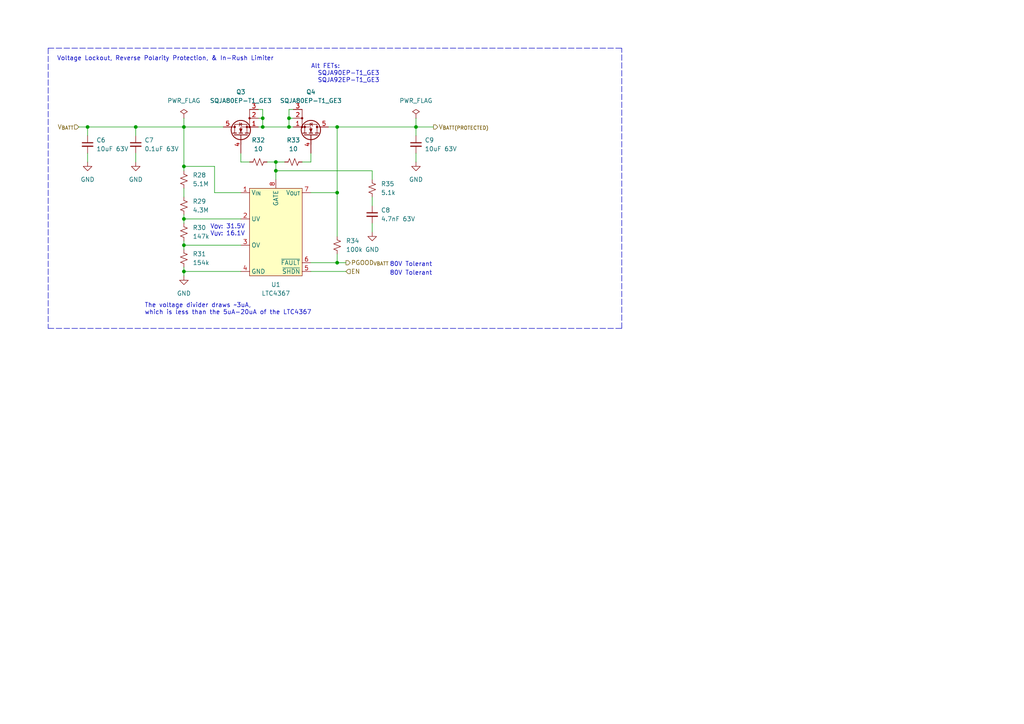
<source format=kicad_sch>
(kicad_sch (version 20211123) (generator eeschema)
  (paper "A4")
  (title_block (title "Control") (date "2023-02-09") (rev "1.0.0") (company "The A-Team (RC SSL)") (comment 1 "W. Stuckey & R. Osawa"))
  (lib_symbols
    (symbol "AT-PowerIC:LTC4367"
      (property "Reference" "U" (at 2.54 13.97 0))
      (property "Value" "LTC4367" (at 0 -15.24 0))
      (symbol "LTC4367_0_1"
        (rectangle (start -7.62 12.7) (end 7.62 -12.7) (stroke (width 0.1524)) (fill (type background)))
      )
      (symbol "LTC4367_1_1"
        (pin power_in line (at -10.16 11.43 0) (length 2.54) (name "V_{IN}") (number "1"))
        (pin input line (at -10.16 3.81 0) (length 2.54) (name "UV") (number "2"))
        (pin input line (at -10.16 -3.81 0) (length 2.54) (name "OV") (number "3"))
        (pin power_in line (at -10.16 -11.43 0) (length 2.54) (name "GND") (number "4"))
        (pin input line (at 10.16 -11.43 180) (length 2.54) (name "~{SHDN}") (number "5"))
        (pin open_collector line (at 10.16 -8.89 180) (length 2.54) (name "~{FAULT}") (number "6"))
        (pin input line (at 10.16 11.43 180) (length 2.54) (name "V_{OUT}") (number "7"))
        (pin output line (at 0 15.24 270) (length 2.54) (name "GATE") (number "8"))
      )
    )
    (symbol "AT-Transistors:Q_NMOS_SGD_PowerPAK" (pin_names (offset 0) hide)
      (property "Reference" "Q" (at 5.08 1.27 0))
      (property "Value" "Q_NMOS_SGD_PowerPAK" (at 5.08 -1.27 0))
      (symbol "Q_NMOS_SGD_PowerPAK_0_1"
        (polyline (pts (xy 0.254 0) (xy -2.54 0)))
        (polyline (pts (xy 0.254 1.905) (xy 0.254 -1.905)) (stroke (width 0.254)))
        (polyline (pts (xy 0.762 -1.27) (xy 0.762 -2.286)) (stroke (width 0.254)))
        (polyline (pts (xy 0.762 0.508) (xy 0.762 -0.508)) (stroke (width 0.254)))
        (polyline (pts (xy 0.762 2.286) (xy 0.762 1.27)) (stroke (width 0.254)))
        (polyline (pts (xy 2.54 2.54) (xy 2.54 1.778)))
        (polyline (pts (xy 7.62 -2.54) (xy 5.08 -2.54)) (stroke (width 0.1524)))
        (polyline (pts (xy 2.54 -2.54) (xy 2.54 0) (xy 0.762 0)))
        (polyline (pts (xy 5.08 -2.54) (xy 2.54 -2.54) (xy 3.81 -2.54)) (stroke (width 0.1524)))
        (polyline (pts (xy 0.762 -1.778) (xy 3.302 -1.778) (xy 3.302 1.778) (xy 0.762 1.778)))
        (polyline (pts (xy 1.016 0) (xy 2.032 0.381) (xy 2.032 -0.381) (xy 1.016 0)) (fill (type outline)))
        (polyline (pts (xy 2.794 0.508) (xy 2.921 0.381) (xy 3.683 0.381) (xy 3.81 0.254)))
        (polyline (pts (xy 3.302 0.381) (xy 2.921 -0.254) (xy 3.683 -0.254) (xy 3.302 0.381)))
        (circle (center 1.651 0) (radius 2.794) (stroke (width 0.254)))
        (circle (center 2.54 -2.54) (radius 0.254) (fill (type outline)))
        (circle (center 2.54 -1.778) (radius 0.254) (fill (type outline)))
        (circle (center 2.54 1.778) (radius 0.254) (fill (type outline)))
        (circle (center 5.08 -2.54) (radius 0.254) (fill (type outline)))
      )
      (symbol "Q_NMOS_SGD_PowerPAK_1_1"
        (pin passive line (at 2.54 -5.08 90) (length 2.54) (name "S") (number "1"))
        (pin passive line (at 5.08 -5.08 90) (length 2.54) (name "S") (number "2"))
        (pin passive line (at 7.62 -5.08 90) (length 2.54) (name "S") (number "3"))
        (pin input line (at -5.08 0 0) (length 5.08) (name "G") (number "4"))
        (pin passive line (at 2.54 5.08 270) (length 2.54) (name "D") (number "5"))
      )
    )
    (symbol "Device:C_Small" (pin_numbers hide) (pin_names (offset 0.254) hide)
      (property "Reference" "C" (at 0.254 1.778 0))
      (property "Value" "C_Small" (at 0.254 -2.032 0))
      (symbol "C_Small_0_1"
        (polyline (pts (xy -1.524 -0.508) (xy 1.524 -0.508)) (stroke (width 0.3302)))
        (polyline (pts (xy -1.524 0.508) (xy 1.524 0.508)) (stroke (width 0.3048)))
      )
      (symbol "C_Small_1_1"
        (pin passive line (at 0 2.54 270) (length 2.032) (name "~") (number "1"))
        (pin passive line (at 0 -2.54 90) (length 2.032) (name "~") (number "2"))
      )
    )
    (symbol "Device:R_Small_US" (pin_numbers hide) (pin_names (offset 0.254) hide)
      (property "Reference" "R" (at 0.762 0.508 0))
      (property "Value" "R_Small_US" (at 0.762 -1.016 0))
      (symbol "R_Small_US_1_1"
        (polyline (pts (xy 0 0) (xy 1.016 -0.381) (xy 0 -0.762) (xy -1.016 -1.143) (xy 0 -1.524)))
        (polyline (pts (xy 0 1.524) (xy 1.016 1.143) (xy 0 0.762) (xy -1.016 0.381) (xy 0 0)))
        (pin passive line (at 0 2.54 270) (length 1.016) (name "~") (number "1"))
        (pin passive line (at 0 -2.54 90) (length 1.016) (name "~") (number "2"))
      )
    )
    (symbol "power:GND" (power) (pin_names (offset 0))
      (property "Value" "GND" (at 0 -3.81 0))
      (symbol "GND_0_1"
        (polyline (pts (xy 0 0) (xy 0 -1.27) (xy 1.27 -1.27) (xy 0 -2.54) (xy -1.27 -1.27) (xy 0 -1.27)))
      )
      (symbol "GND_1_1"
        (pin power_in line (at 0 0 270) (length 0) hide (name "GND") (number "1"))
      )
    )
    (symbol "power:PWR_FLAG" (power) (pin_numbers hide) (pin_names (offset 0) hide)
      (property "Value" "PWR_FLAG" (at 0 3.81 0))
      (symbol "PWR_FLAG_0_0"
        (pin power_out line (at 0 0 90) (length 0) (name "pwr") (number "1"))
      )
      (symbol "PWR_FLAG_0_1"
        (polyline (pts (xy 0 0) (xy 0 1.27) (xy -1.016 1.905) (xy 0 2.54) (xy 1.016 1.905) (xy 0 1.27)))
      )
    )
  )
  (junction (at 97.79 76.2))
  (junction (at 76.2 36.83))
  (junction (at 80.01 49.53) (diameter 0.9144))
  (junction (at 83.82 34.29))
  (junction (at 53.34 48.26))
  (junction (at 120.65 36.83) (diameter 0.9144))
  (junction (at 97.79 36.83) (diameter 0.9144))
  (junction (at 76.2 34.29))
  (junction (at 80.01 46.99) (diameter 0.9144))
  (junction (at 53.34 71.12) (diameter 0.9144))
  (junction (at 53.34 36.83) (diameter 0.9144))
  (junction (at 83.82 36.83))
  (junction (at 39.37 36.83))
  (junction (at 53.34 63.5) (diameter 0.9144))
  (junction (at 53.34 78.74) (diameter 0.9144))
  (junction (at 97.79 55.88))
  (junction (at 25.4 36.83))
  (wire (pts (xy 120.65 34.29) (xy 120.65 36.83)))
  (wire (pts (xy 25.4 44.45) (xy 25.4 46.99)))
  (wire (pts (xy 53.34 62.23) (xy 53.34 63.5)))
  (wire (pts (xy 53.34 63.5) (xy 53.34 64.77)))
  (wire (pts (xy 25.4 36.83) (xy 25.4 39.37)))
  (wire (pts (xy 53.34 34.29) (xy 53.34 36.83)))
  (wire (pts (xy 62.23 55.88) (xy 62.23 48.26)))
  (wire (pts (xy 62.23 55.88) (xy 69.85 55.88)))
  (wire (pts (xy 107.95 57.15) (xy 107.95 59.69)))
  (wire (pts (xy 120.65 36.83) (xy 125.73 36.83)))
  (wire (pts (xy 74.93 34.29) (xy 76.2 34.29)))
  (wire (pts (xy 22.86 36.83) (xy 25.4 36.83)))
  (wire (pts (xy 53.34 36.83) (xy 64.77 36.83)))
  (wire (pts (xy 53.34 48.26) (xy 62.23 48.26)))
  (wire (pts (xy 97.79 73.66) (xy 97.79 76.2)))
  (wire (pts (xy 80.01 49.53) (xy 80.01 52.07)))
  (wire (pts (xy 85.09 31.75) (xy 83.82 31.75)))
  (wire (pts (xy 76.2 34.29) (xy 76.2 36.83)))
  (wire (pts (xy 25.4 36.83) (xy 39.37 36.83)))
  (wire (pts (xy 87.63 46.99) (xy 90.17 46.99)))
  (wire (pts (xy 90.17 46.99) (xy 90.17 44.45)))
  (wire (pts (xy 90.17 55.88) (xy 97.79 55.88)))
  (wire (pts (xy 97.79 55.88) (xy 97.79 36.83)))
  (wire (pts (xy 85.09 34.29) (xy 83.82 34.29)))
  (wire (pts (xy 97.79 55.88) (xy 97.79 68.58)))
  (wire (pts (xy 77.47 46.99) (xy 80.01 46.99)))
  (wire (pts (xy 80.01 46.99) (xy 82.55 46.99)))
  (wire (pts (xy 80.01 49.53) (xy 107.95 49.53)))
  (wire (pts (xy 107.95 49.53) (xy 107.95 52.07)))
  (wire (pts (xy 76.2 31.75) (xy 76.2 34.29)))
  (wire (pts (xy 53.34 78.74) (xy 53.34 77.47)))
  (wire (pts (xy 53.34 78.74) (xy 69.85 78.74)))
  (wire (pts (xy 39.37 36.83) (xy 53.34 36.83)))
  (wire (pts (xy 90.17 76.2) (xy 97.79 76.2)))
  (wire (pts (xy 53.34 63.5) (xy 69.85 63.5)))
  (polyline (pts (xy 13.97 13.97) (xy 13.97 95.25)) (stroke (width 0) (type dash)))
  (polyline (pts (xy 13.97 13.97) (xy 180.34 13.97)) (stroke (width 0) (type dash)))
  (polyline (pts (xy 13.97 95.25) (xy 180.34 95.25)) (stroke (width 0) (type dash)))
  (polyline (pts (xy 180.34 95.25) (xy 180.34 13.97)) (stroke (width 0) (type dash)))
  (wire (pts (xy 53.34 54.61) (xy 53.34 57.15)))
  (wire (pts (xy 39.37 44.45) (xy 39.37 46.99)))
  (wire (pts (xy 74.93 36.83) (xy 76.2 36.83)))
  (wire (pts (xy 53.34 36.83) (xy 53.34 48.26)))
  (wire (pts (xy 53.34 78.74) (xy 53.34 80.01)))
  (wire (pts (xy 76.2 36.83) (xy 83.82 36.83)))
  (wire (pts (xy 120.65 36.83) (xy 120.65 39.37)))
  (wire (pts (xy 90.17 78.74) (xy 100.33 78.74)))
  (wire (pts (xy 95.25 36.83) (xy 97.79 36.83)))
  (wire (pts (xy 97.79 76.2) (xy 100.33 76.2)))
  (wire (pts (xy 83.82 31.75) (xy 83.82 34.29)))
  (wire (pts (xy 39.37 36.83) (xy 39.37 39.37)))
  (wire (pts (xy 83.82 36.83) (xy 85.09 36.83)))
  (wire (pts (xy 97.79 36.83) (xy 120.65 36.83)))
  (wire (pts (xy 74.93 31.75) (xy 76.2 31.75)))
  (wire (pts (xy 83.82 34.29) (xy 83.82 36.83)))
  (wire (pts (xy 80.01 46.99) (xy 80.01 49.53)))
  (wire (pts (xy 107.95 64.77) (xy 107.95 67.31)))
  (wire (pts (xy 53.34 71.12) (xy 69.85 71.12)))
  (wire (pts (xy 69.85 44.45) (xy 69.85 46.99)))
  (wire (pts (xy 69.85 46.99) (xy 72.39 46.99)))
  (wire (pts (xy 120.65 44.45) (xy 120.65 46.99)))
  (wire (pts (xy 53.34 48.26) (xy 53.34 49.53)))
  (wire (pts (xy 53.34 69.85) (xy 53.34 71.12)))
  (wire (pts (xy 53.34 71.12) (xy 53.34 72.39)))
  (text "80V Tolerant" (at 113.03 80.01 0) (effects (font (size 1.27 1.27)) (justify left bottom)))
  (text "80V Tolerant" (at 113.03 77.47 0) (effects (font (size 1.27 1.27)) (justify left bottom)))
  (text "V_{OV}: 31.5V\nV_{UV}: 16.1V\n" (at 60.96 68.58 0) (effects (font (size 1.27 1.27)) (justify left bottom)))
  (text "The voltage divider draws ~3uA,\nwhich is less than the 5uA-20uA of the LTC4367 " (at 41.91 91.44 0) (effects (font (size 1.27 1.27)) (justify left bottom)))
  (text "Voltage Lockout, Reverse Polarity Protection, & In-Rush Limiter" (at 16.51 17.78 0) (effects (font (size 1.27 1.27)) (justify left bottom)))
  (text "Alt FETs:\n  SQJA90EP-T1_GE3\n  SQJA92EP-T1_GE3 " (at 90.17 24.13 0) (effects (font (size 1.27 1.27)) (justify left bottom)))
  (hierarchical_label "V_{BATT(PROTECTED)}" (shape output) (at 125.73 36.83 0))
  (hierarchical_label "EN" (shape input) (at 100.33 78.74 0))
  (hierarchical_label "PGOOD_{VBATT}" (shape output) (at 100.33 76.2 0))
  (hierarchical_label "V_{BATT}" (shape input) (at 22.86 36.83 180))
  (symbol (lib_id "Device:R_Small_US") (at 53.34 52.07 0) (unit 1)
    (property "Reference" "R28" (at 55.88 50.7999 0) (effects (justify left)))
    (property "Value" "5.1M" (at 55.88 53.3399 0) (effects (justify left)))
    (property "Footprint" "Resistor_SMD:R_0402_1005Metric" (effects hide))
  )
  (symbol (lib_id "power:GND") (at 120.65 46.99 0) (unit 1)
    (property "Reference" "#PWR034" (effects hide))
    (property "Value" "GND" (at 120.65 52.07 0))
  )
  (symbol (lib_id "power:PWR_FLAG") (at 120.65 34.29 0) (unit 1)
    (property "Reference" "#FLG04" (effects hide))
    (property "Value" "PWR_FLAG" (at 120.65 29.21 0))
  )
  (symbol (lib_id "AT-Transistors:Q_NMOS_SGD_PowerPAK") (at 90.17 39.37 270) (mirror x) (unit 1)
    (property "Reference" "Q4" (at 90.17 26.67 90))
    (property "Value" "SQJA80EP-T1_GE3" (at 90.17 29.21 90))
    (property "Footprint" "AT-Discrete:PowerPAK_SO-8L_Single" (effects hide))
  )
  (symbol (lib_id "power:GND") (at 39.37 46.99 0) (unit 1)
    (property "Reference" "#PWR031" (effects hide))
    (property "Value" "GND" (at 39.37 52.07 0))
  )
  (symbol (lib_id "Device:R_Small_US") (at 53.34 59.69 0) (unit 1)
    (property "Reference" "R29" (at 55.88 58.4199 0) (effects (justify left)))
    (property "Value" "4.3M" (at 55.88 60.9599 0) (effects (justify left)))
    (property "Footprint" "Resistor_SMD:R_0402_1005Metric" (effects hide))
  )
  (symbol (lib_id "Device:R_Small_US") (at 97.79 71.12 0) (unit 1)
    (property "Reference" "R34" (at 100.33 69.8499 0) (effects (justify left)))
    (property "Value" "100k" (at 100.33 72.3899 0) (effects (justify left)))
    (property "Footprint" "Resistor_SMD:R_0402_1005Metric" (effects hide))
  )
  (symbol (lib_id "AT-Transistors:Q_NMOS_SGD_PowerPAK") (at 69.85 39.37 90) (unit 1)
    (property "Reference" "Q3" (at 69.85 26.67 90))
    (property "Value" "SQJA80EP-T1_GE3" (at 69.85 29.21 90))
    (property "Footprint" "AT-Discrete:PowerPAK_SO-8L_Single" (effects hide))
  )
  (symbol (lib_id "Device:R_Small_US") (at 107.95 54.61 0) (unit 1)
    (property "Reference" "R35" (at 110.49 53.3399 0) (effects (justify left)))
    (property "Value" "5.1k" (at 110.49 55.8799 0) (effects (justify left)))
    (property "Footprint" "Resistor_SMD:R_0402_1005Metric" (effects hide))
  )
  (symbol (lib_id "power:GND") (at 107.95 67.31 0) (unit 1)
    (property "Reference" "#PWR033" (effects hide))
    (property "Value" "GND" (at 107.95 72.39 0))
  )
  (symbol (lib_id "power:PWR_FLAG") (at 53.34 34.29 0) (unit 1)
    (property "Reference" "#FLG03" (effects hide))
    (property "Value" "PWR_FLAG" (at 53.34 29.21 0))
  )
  (symbol (lib_id "power:GND") (at 25.4 46.99 0) (unit 1)
    (property "Reference" "#PWR030" (effects hide))
    (property "Value" "GND" (at 25.4 52.07 0))
  )
  (symbol (lib_id "Device:C_Small") (at 120.65 41.91 0) (unit 1)
    (property "Reference" "C9" (at 123.19 40.6462 0) (effects (justify left)))
    (property "Value" "10uF 63V" (at 123.19 43.1862 0) (effects (justify left)))
    (property "Footprint" "Capacitor_SMD:C_1210_3225Metric" (effects hide))
  )
  (symbol (lib_id "Device:C_Small") (at 25.4 41.91 0) (unit 1)
    (property "Reference" "C6" (at 27.94 40.6462 0) (effects (justify left)))
    (property "Value" "10uF 63V" (at 27.94 43.1862 0) (effects (justify left)))
    (property "Footprint" "Capacitor_SMD:C_1210_3225Metric" (effects hide))
  )
  (symbol (lib_id "Device:C_Small") (at 39.37 41.91 0) (unit 1)
    (property "Reference" "C7" (at 41.91 40.6462 0) (effects (justify left)))
    (property "Value" "0.1uF 63V" (at 41.91 43.1862 0) (effects (justify left)))
    (property "Footprint" "Capacitor_SMD:C_0402_1005Metric" (effects hide))
  )
  (symbol (lib_id "Device:R_Small_US") (at 85.09 46.99 90) (unit 1)
    (property "Reference" "R33" (at 85.09 40.64 90))
    (property "Value" "10" (at 85.09 43.18 90))
    (property "Footprint" "Resistor_SMD:R_0402_1005Metric" (effects hide))
  )
  (symbol (lib_id "Device:C_Small") (at 107.95 62.23 0) (unit 1)
    (property "Reference" "C8" (at 110.49 60.9662 0) (effects (justify left)))
    (property "Value" "4.7nF 63V" (at 110.49 63.5062 0) (effects (justify left)))
    (property "Footprint" "Capacitor_SMD:C_0603_1608Metric" (effects hide))
  )
  (symbol (lib_id "power:GND") (at 53.34 80.01 0) (unit 1)
    (property "Reference" "#PWR032" (effects hide))
    (property "Value" "GND" (at 53.34 85.09 0))
  )
  (symbol (lib_id "Device:R_Small_US") (at 53.34 67.31 0) (unit 1)
    (property "Reference" "R30" (at 55.88 66.0399 0) (effects (justify left)))
    (property "Value" "147k" (at 55.88 68.5799 0) (effects (justify left)))
    (property "Footprint" "Resistor_SMD:R_0402_1005Metric" (effects hide))
  )
  (symbol (lib_id "Device:R_Small_US") (at 74.93 46.99 90) (unit 1)
    (property "Reference" "R32" (at 74.93 40.64 90))
    (property "Value" "10" (at 74.93 43.18 90))
    (property "Footprint" "Resistor_SMD:R_0402_1005Metric" (effects hide))
  )
  (symbol (lib_id "AT-PowerIC:LTC4367") (at 80.01 67.31 0) (unit 1)
    (property "Reference" "U1" (at 80.01 82.55 0))
    (property "Value" "LTC4367" (at 80.01 85.09 0))
    (property "Footprint" "AT-IC:MS8" (effects hide))
  )
  (symbol (lib_id "Device:R_Small_US") (at 53.34 74.93 180) (unit 1)
    (property "Reference" "R31" (at 55.88 73.6599 0) (effects (justify right)))
    (property "Value" "154k" (at 55.88 76.1999 0) (effects (justify right)))
    (property "Footprint" "Resistor_SMD:R_0402_1005Metric" (effects hide))
  )
)
</source>
